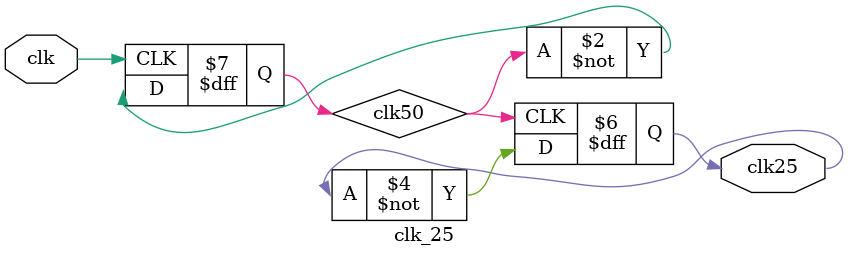
<source format=v>
`timescale 1ns / 1ps
module clk_25(clk,clk25
    );
input wire clk;
output reg clk25;
reg clk50;
initial begin
clk50 = 0;
clk25 = 0;
end

always @(posedge clk) begin
	clk50 <= ~clk50;
end

always @(posedge clk50) begin
	clk25 <= ~ clk25;
end

endmodule

</source>
